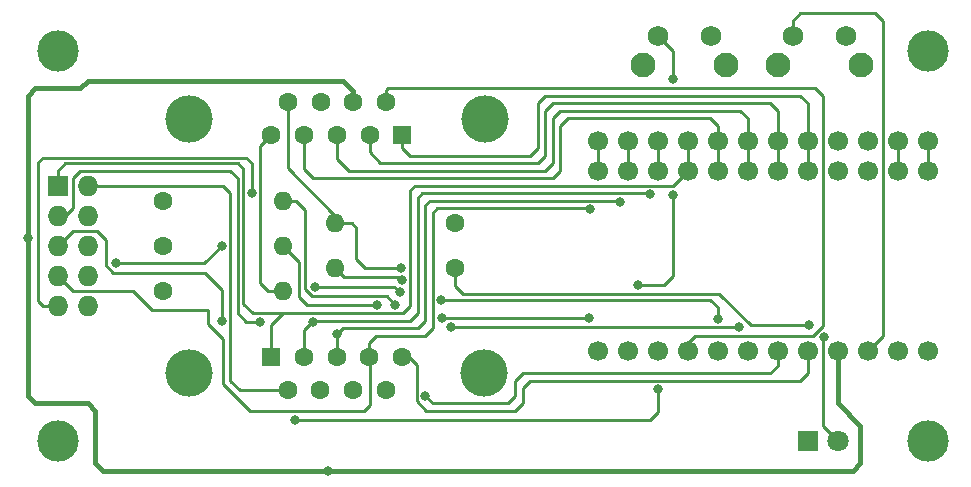
<source format=gtl>
%TF.GenerationSoftware,KiCad,Pcbnew,(5.1.8)-1*%
%TF.CreationDate,2021-01-12T21:36:03+01:00*%
%TF.ProjectId,C64 JoyAdapter,43363420-4a6f-4794-9164-61707465722e,rev?*%
%TF.SameCoordinates,Original*%
%TF.FileFunction,Copper,L1,Top*%
%TF.FilePolarity,Positive*%
%FSLAX46Y46*%
G04 Gerber Fmt 4.6, Leading zero omitted, Abs format (unit mm)*
G04 Created by KiCad (PCBNEW (5.1.8)-1) date 2021-01-12 21:36:03*
%MOMM*%
%LPD*%
G01*
G04 APERTURE LIST*
%TA.AperFunction,ComponentPad*%
%ADD10C,1.600000*%
%TD*%
%TA.AperFunction,ComponentPad*%
%ADD11O,1.600000X1.600000*%
%TD*%
%TA.AperFunction,ComponentPad*%
%ADD12C,1.700000*%
%TD*%
%TA.AperFunction,ComponentPad*%
%ADD13R,1.600000X1.600000*%
%TD*%
%TA.AperFunction,ComponentPad*%
%ADD14C,4.000000*%
%TD*%
%TA.AperFunction,ComponentPad*%
%ADD15C,3.500000*%
%TD*%
%TA.AperFunction,ComponentPad*%
%ADD16C,2.100000*%
%TD*%
%TA.AperFunction,ComponentPad*%
%ADD17C,1.750000*%
%TD*%
%TA.AperFunction,ComponentPad*%
%ADD18R,1.800000X1.800000*%
%TD*%
%TA.AperFunction,ComponentPad*%
%ADD19C,1.800000*%
%TD*%
%TA.AperFunction,ComponentPad*%
%ADD20R,1.727200X1.727200*%
%TD*%
%TA.AperFunction,ComponentPad*%
%ADD21O,1.727200X1.727200*%
%TD*%
%TA.AperFunction,ViaPad*%
%ADD22C,0.800000*%
%TD*%
%TA.AperFunction,Conductor*%
%ADD23C,0.250000*%
%TD*%
%TA.AperFunction,Conductor*%
%ADD24C,0.381000*%
%TD*%
G04 APERTURE END LIST*
D10*
%TO.P,R4,1*%
%TO.N,GND*%
X133350000Y-90170000D03*
D11*
%TO.P,R4,2*%
%TO.N,POT_AX*%
X123190000Y-90170000D03*
%TD*%
D12*
%TO.P,A1,12*%
%TO.N,P2_RIGHT*%
X145415000Y-85725000D03*
%TO.P,A1,11*%
%TO.N,P2_LEFT*%
X147955000Y-85725000D03*
%TO.P,A1,10*%
%TO.N,P2_DOWN*%
X150495000Y-85725000D03*
%TO.P,A1,9*%
%TO.N,P2_UP*%
X153035000Y-85725000D03*
%TO.P,A1,8*%
%TO.N,P1_RIGHT*%
X155575000Y-85725000D03*
%TO.P,A1,7*%
%TO.N,P1_LEFT*%
X158115000Y-85725000D03*
%TO.P,A1,6*%
%TO.N,P1_DOWN*%
X160655000Y-85725000D03*
%TO.P,A1,5*%
%TO.N,P1_UP*%
X163195000Y-85725000D03*
%TO.P,A1,4*%
%TO.N,GND*%
X165735000Y-85725000D03*
%TO.P,A1,3*%
X168275000Y-85725000D03*
%TO.P,A1,2*%
%TO.N,Net-(A1-Pad2)*%
X170815000Y-85725000D03*
%TO.P,A1,1*%
%TO.N,Net-(A1-Pad1)*%
X173355000Y-85725000D03*
%TO.P,A1,2*%
%TO.N,Net-(A1-Pad2)*%
X170815000Y-83185000D03*
%TO.P,A1,3*%
%TO.N,GND*%
X168275000Y-83185000D03*
%TO.P,A1,4*%
X165735000Y-83185000D03*
%TO.P,A1,5*%
%TO.N,P1_UP*%
X163195000Y-83185000D03*
%TO.P,A1,6*%
%TO.N,P1_DOWN*%
X160655000Y-83185000D03*
%TO.P,A1,7*%
%TO.N,P1_LEFT*%
X158115000Y-83185000D03*
%TO.P,A1,8*%
%TO.N,P1_RIGHT*%
X155575000Y-83185000D03*
%TO.P,A1,9*%
%TO.N,P2_UP*%
X153035000Y-83185000D03*
%TO.P,A1,10*%
%TO.N,P2_DOWN*%
X150495000Y-83185000D03*
%TO.P,A1,11*%
%TO.N,P2_LEFT*%
X147955000Y-83185000D03*
%TO.P,A1,12*%
%TO.N,P2_RIGHT*%
X145415000Y-83185000D03*
%TO.P,A1,13*%
%TO.N,Net-(A1-Pad13)*%
X145415000Y-100965000D03*
%TO.P,A1,14*%
%TO.N,Net-(A1-Pad14)*%
X147955000Y-100965000D03*
%TO.P,A1,15*%
%TO.N,P2_FIRE*%
X150495000Y-100965000D03*
%TO.P,A1,16*%
%TO.N,P1_FIRE*%
X153035000Y-100965000D03*
%TO.P,A1,17*%
%TO.N,POT_AX*%
X155575000Y-100965000D03*
%TO.P,A1,18*%
%TO.N,POT_AY*%
X158115000Y-100965000D03*
%TO.P,A1,19*%
%TO.N,POT_BX*%
X160655000Y-100965000D03*
%TO.P,A1,20*%
%TO.N,POT_BY*%
X163195000Y-100965000D03*
%TO.P,A1,21*%
%TO.N,VCC*%
X165735000Y-100965000D03*
%TO.P,A1,22*%
%TO.N,Net-(A1-Pad22)*%
X168275000Y-100965000D03*
%TO.P,A1,23*%
%TO.N,GND*%
X170815000Y-100965000D03*
%TO.P,A1,24*%
%TO.N,Net-(A1-Pad24)*%
X173355000Y-100965000D03*
%TO.P,A1,1*%
%TO.N,Net-(A1-Pad1)*%
X173355000Y-83185000D03*
%TD*%
D11*
%TO.P,R5,2*%
%TO.N,Net-(A1-Pad13)*%
X123190000Y-93980000D03*
D10*
%TO.P,R5,1*%
%TO.N,Net-(D1-Pad2)*%
X133350000Y-93980000D03*
%TD*%
D13*
%TO.P,J2,1*%
%TO.N,P2_UP*%
X117760000Y-101470000D03*
D10*
%TO.P,J2,2*%
%TO.N,P2_DOWN*%
X120530000Y-101470000D03*
%TO.P,J2,3*%
%TO.N,P2_LEFT*%
X123300000Y-101470000D03*
%TO.P,J2,4*%
%TO.N,P2_RIGHT*%
X126070000Y-101470000D03*
%TO.P,J2,5*%
%TO.N,POT_BY*%
X128840000Y-101470000D03*
%TO.P,J2,6*%
%TO.N,P2_FIRE*%
X119145000Y-104310000D03*
%TO.P,J2,7*%
%TO.N,VCC*%
X121915000Y-104310000D03*
%TO.P,J2,8*%
%TO.N,GND*%
X124685000Y-104310000D03*
%TO.P,J2,9*%
%TO.N,POT_BX*%
X127455000Y-104310000D03*
D14*
%TO.P,J2,0*%
%TO.N,N/C*%
X110800000Y-102890000D03*
X135800000Y-102890000D03*
%TD*%
%TO.P,J1,0*%
%TO.N,N/C*%
X110820000Y-81310000D03*
X135820000Y-81310000D03*
D10*
%TO.P,J1,9*%
%TO.N,POT_AX*%
X119165000Y-79890000D03*
%TO.P,J1,8*%
%TO.N,GND*%
X121935000Y-79890000D03*
%TO.P,J1,7*%
%TO.N,VCC*%
X124705000Y-79890000D03*
%TO.P,J1,6*%
%TO.N,P1_FIRE*%
X127475000Y-79890000D03*
%TO.P,J1,5*%
%TO.N,POT_AY*%
X117780000Y-82730000D03*
%TO.P,J1,4*%
%TO.N,P1_RIGHT*%
X120550000Y-82730000D03*
%TO.P,J1,3*%
%TO.N,P1_LEFT*%
X123320000Y-82730000D03*
%TO.P,J1,2*%
%TO.N,P1_DOWN*%
X126090000Y-82730000D03*
D13*
%TO.P,J1,1*%
%TO.N,P1_UP*%
X128860000Y-82730000D03*
%TD*%
D15*
%TO.P,M1,1*%
%TO.N,Net-(M1-Pad1)*%
X99695000Y-108585000D03*
%TD*%
%TO.P,M2,1*%
%TO.N,Net-(M2-Pad1)*%
X173355000Y-75565000D03*
%TD*%
%TO.P,M3,1*%
%TO.N,Net-(M3-Pad1)*%
X99695000Y-75565000D03*
%TD*%
%TO.P,M4,1*%
%TO.N,Net-(M4-Pad1)*%
X173355000Y-108585000D03*
%TD*%
D10*
%TO.P,R1,1*%
%TO.N,GND*%
X108585000Y-88265000D03*
D11*
%TO.P,R1,2*%
%TO.N,POT_BY*%
X118745000Y-88265000D03*
%TD*%
D10*
%TO.P,R2,1*%
%TO.N,GND*%
X108585000Y-92075000D03*
D11*
%TO.P,R2,2*%
%TO.N,POT_BX*%
X118745000Y-92075000D03*
%TD*%
%TO.P,R3,2*%
%TO.N,POT_AY*%
X118745000Y-95885000D03*
D10*
%TO.P,R3,1*%
%TO.N,GND*%
X108585000Y-95885000D03*
%TD*%
D16*
%TO.P,SW1,*%
%TO.N,*%
X160675000Y-76785000D03*
D17*
%TO.P,SW1,1*%
%TO.N,Net-(A1-Pad22)*%
X161925000Y-74295000D03*
%TO.P,SW1,2*%
%TO.N,GND*%
X166425000Y-74295000D03*
D16*
%TO.P,SW1,*%
%TO.N,*%
X167685000Y-76785000D03*
%TD*%
%TO.P,SW2,*%
%TO.N,*%
X156255000Y-76785000D03*
D17*
%TO.P,SW2,2*%
%TO.N,GND*%
X154995000Y-74295000D03*
%TO.P,SW2,1*%
%TO.N,Net-(A1-Pad14)*%
X150495000Y-74295000D03*
D16*
%TO.P,SW2,*%
%TO.N,*%
X149245000Y-76785000D03*
%TD*%
D18*
%TO.P,D1,1*%
%TO.N,GND*%
X163195000Y-108585000D03*
D19*
%TO.P,D1,2*%
%TO.N,Net-(D1-Pad2)*%
X165735000Y-108585000D03*
%TD*%
D20*
%TO.P,J3,1*%
%TO.N,P2_UP*%
X99695000Y-86995000D03*
D21*
%TO.P,J3,2*%
%TO.N,P2_DOWN*%
X99695000Y-89535000D03*
%TO.P,J3,3*%
%TO.N,P2_LEFT*%
X99695000Y-92075000D03*
%TO.P,J3,4*%
%TO.N,P2_RIGHT*%
X99695000Y-94615000D03*
%TO.P,J3,5*%
%TO.N,POT_BY*%
X99695000Y-97155000D03*
%TO.P,J3,6*%
%TO.N,P2_FIRE*%
X102235000Y-86995000D03*
%TO.P,J3,7*%
%TO.N,VCC*%
X102235000Y-89535000D03*
%TO.P,J3,8*%
%TO.N,GND*%
X102235000Y-92075000D03*
%TO.P,J3,9*%
%TO.N,POT_BX*%
X102235000Y-94615000D03*
%TO.P,J3,10*%
%TO.N,Net-(J3-Pad10)*%
X102235000Y-97155000D03*
%TD*%
D22*
%TO.N,POT_AX*%
X128778000Y-93980000D03*
X132170000Y-96647000D03*
X155575000Y-98245000D03*
%TO.N,VCC*%
X122555000Y-111125000D03*
X97155000Y-91440000D03*
%TO.N,POT_AY*%
X121472152Y-95554847D03*
X128651000Y-96012000D03*
X157353000Y-98970000D03*
X132969000Y-98933000D03*
%TO.N,P2_DOWN*%
X149860000Y-87720000D03*
X116840000Y-98515000D03*
X121285000Y-98515000D03*
%TO.N,P2_LEFT*%
X147320000Y-88355000D03*
X113575000Y-98425000D03*
X123300000Y-99575000D03*
%TO.N,P2_RIGHT*%
X144780000Y-88990000D03*
%TO.N,POT_BY*%
X128270000Y-97065000D03*
X116115000Y-87630000D03*
%TO.N,P2_FIRE*%
X119761000Y-106807000D03*
X150495000Y-104230000D03*
%TO.N,POT_BX*%
X130810000Y-104775000D03*
X113575000Y-92075000D03*
X104607655Y-93549335D03*
X126746000Y-97064999D03*
%TO.N,Net-(A1-Pad13)*%
X128815000Y-94996000D03*
X144653000Y-98171000D03*
X132207000Y-98171000D03*
%TO.N,Net-(D1-Pad2)*%
X164565154Y-99795154D03*
X163322000Y-98806000D03*
%TO.N,Net-(A1-Pad14)*%
X148844000Y-95377000D03*
X151765000Y-87757000D03*
X151765000Y-77978000D03*
%TD*%
D23*
%TO.N,POT_AX*%
X123190000Y-90170000D02*
X124587000Y-90170000D01*
X124587000Y-90170000D02*
X124968000Y-90551000D01*
X124968000Y-90551000D02*
X124968000Y-93218000D01*
X125730000Y-93980000D02*
X128778000Y-93980000D01*
X124968000Y-93218000D02*
X125730000Y-93980000D01*
X132170000Y-96647000D02*
X154940000Y-96647000D01*
X155575000Y-97282000D02*
X155575000Y-98245000D01*
X154940000Y-96647000D02*
X155575000Y-97282000D01*
X123190000Y-89535000D02*
X123190000Y-90170000D01*
X119165000Y-85510000D02*
X123190000Y-89535000D01*
X119165000Y-79890000D02*
X119165000Y-85510000D01*
D24*
%TO.N,VCC*%
X165735000Y-105410000D02*
X165735000Y-100965000D01*
X97155000Y-104775000D02*
X97155000Y-91440000D01*
X102235000Y-105410000D02*
X97790000Y-105410000D01*
X102870000Y-106045000D02*
X102235000Y-105410000D01*
X103505000Y-111125000D02*
X102870000Y-110490000D01*
X97790000Y-105410000D02*
X97155000Y-104775000D01*
X167640000Y-110490000D02*
X167005000Y-111125000D01*
X102870000Y-110490000D02*
X102870000Y-106045000D01*
X167640000Y-107315000D02*
X167640000Y-110490000D01*
X165735000Y-105410000D02*
X167640000Y-107315000D01*
X122555000Y-111125000D02*
X103505000Y-111125000D01*
X167005000Y-111125000D02*
X122555000Y-111125000D01*
X124705000Y-78985000D02*
X124705000Y-79890000D01*
X123825000Y-78105000D02*
X124705000Y-78985000D01*
X102235000Y-78105000D02*
X123825000Y-78105000D01*
X101600000Y-78740000D02*
X102235000Y-78105000D01*
X97790000Y-78740000D02*
X101600000Y-78740000D01*
X97155000Y-79375000D02*
X97790000Y-78740000D01*
X97155000Y-91440000D02*
X97155000Y-79375000D01*
D23*
%TO.N,P1_FIRE*%
X153670000Y-99695000D02*
X153035000Y-100330000D01*
X163830000Y-78740000D02*
X164465000Y-79375000D01*
X164465000Y-98870002D02*
X163640002Y-99695000D01*
X127475000Y-79890000D02*
X127475000Y-78900000D01*
X164465000Y-79375000D02*
X164465000Y-98870002D01*
X127475000Y-78900000D02*
X127635000Y-78740000D01*
X153035000Y-100330000D02*
X153035000Y-100965000D01*
X127635000Y-78740000D02*
X163830000Y-78740000D01*
X163640002Y-99695000D02*
X163195000Y-99695000D01*
X163195000Y-99695000D02*
X153670000Y-99695000D01*
%TO.N,POT_AY*%
X118745000Y-95885000D02*
X117475000Y-95885000D01*
X117475000Y-95885000D02*
X116840000Y-95250000D01*
X116840000Y-83670000D02*
X117780000Y-82730000D01*
X116840000Y-95250000D02*
X116840000Y-83670000D01*
X128193847Y-95554847D02*
X128651000Y-96012000D01*
X121472152Y-95554847D02*
X128193847Y-95554847D01*
X134710000Y-98970000D02*
X157353000Y-98970000D01*
X133006000Y-98970000D02*
X132969000Y-98933000D01*
X134710000Y-98970000D02*
X133006000Y-98970000D01*
%TO.N,P1_RIGHT*%
X155575000Y-85725000D02*
X155575000Y-83185000D01*
X155575000Y-81915000D02*
X155575000Y-83185000D01*
X142240000Y-81915000D02*
X142875000Y-81280000D01*
X142240000Y-85725000D02*
X142240000Y-81915000D01*
X141605000Y-86360000D02*
X142240000Y-85725000D01*
X154940000Y-81280000D02*
X155575000Y-81915000D01*
X121285000Y-86360000D02*
X141605000Y-86360000D01*
X142875000Y-81280000D02*
X154940000Y-81280000D01*
X120550000Y-85625000D02*
X121285000Y-86360000D01*
X120550000Y-82730000D02*
X120550000Y-85625000D01*
%TO.N,P1_LEFT*%
X158115000Y-83185000D02*
X158115000Y-85725000D01*
X158115000Y-81280000D02*
X158115000Y-83185000D01*
X157480000Y-80645000D02*
X158115000Y-81280000D01*
X142240000Y-80645000D02*
X157480000Y-80645000D01*
X141605000Y-85090000D02*
X141605000Y-81280000D01*
X141605000Y-81280000D02*
X142240000Y-80645000D01*
X140970000Y-85725000D02*
X141605000Y-85090000D01*
X124330000Y-85725000D02*
X140970000Y-85725000D01*
X123320000Y-84715000D02*
X124330000Y-85725000D01*
X123320000Y-82730000D02*
X123320000Y-84715000D01*
%TO.N,P1_DOWN*%
X160655000Y-85725000D02*
X160655000Y-83185000D01*
X141605000Y-80010000D02*
X160020000Y-80010000D01*
X140970000Y-80645000D02*
X141605000Y-80010000D01*
X140970000Y-84455000D02*
X140970000Y-80645000D01*
X140335000Y-85090000D02*
X140970000Y-84455000D01*
X160020000Y-80010000D02*
X160655000Y-80645000D01*
X127000000Y-85090000D02*
X140335000Y-85090000D01*
X160655000Y-80645000D02*
X160655000Y-83185000D01*
X126090000Y-84180000D02*
X127000000Y-85090000D01*
X126090000Y-82730000D02*
X126090000Y-84180000D01*
%TO.N,P1_UP*%
X163195000Y-83185000D02*
X163195000Y-85725000D01*
X163195000Y-80010000D02*
X163195000Y-83185000D01*
X162560000Y-79375000D02*
X163195000Y-80010000D01*
X140970000Y-79375000D02*
X162560000Y-79375000D01*
X140335000Y-83820000D02*
X140335000Y-80010000D01*
X139700000Y-84455000D02*
X140335000Y-83820000D01*
X129540000Y-84455000D02*
X139700000Y-84455000D01*
X128860000Y-83775000D02*
X129540000Y-84455000D01*
X140335000Y-80010000D02*
X140970000Y-79375000D01*
X128860000Y-82730000D02*
X128860000Y-83775000D01*
%TO.N,P2_UP*%
X153035000Y-83185000D02*
X153035000Y-85725000D01*
X152185001Y-86574999D02*
X153035000Y-85725000D01*
X151765000Y-86995000D02*
X152185001Y-86574999D01*
X129921000Y-86995000D02*
X151765000Y-86995000D01*
X129540000Y-87376000D02*
X129921000Y-86995000D01*
X129540000Y-97155000D02*
X129540000Y-87376000D01*
X128905000Y-97790000D02*
X129540000Y-97155000D01*
X118745000Y-97790000D02*
X128905000Y-97790000D01*
X117760000Y-98775000D02*
X118745000Y-97790000D01*
X117760000Y-101470000D02*
X117760000Y-98775000D01*
X115389999Y-96974999D02*
X116205000Y-97790000D01*
X115389999Y-85544999D02*
X115389999Y-96974999D01*
X114935000Y-85090000D02*
X115389999Y-85544999D01*
X100330000Y-85090000D02*
X114935000Y-85090000D01*
X99695000Y-85725000D02*
X100330000Y-85090000D01*
X116205000Y-97790000D02*
X118745000Y-97790000D01*
X99695000Y-86995000D02*
X99695000Y-85725000D01*
%TO.N,P2_DOWN*%
X150495000Y-83185000D02*
X150495000Y-85725000D01*
X130556000Y-87630000D02*
X149770000Y-87630000D01*
X149770000Y-87630000D02*
X149860000Y-87720000D01*
X130175000Y-97790000D02*
X130175000Y-88011000D01*
X129540000Y-98425000D02*
X130175000Y-97790000D01*
X121285000Y-98425000D02*
X129540000Y-98425000D01*
X130175000Y-88011000D02*
X130556000Y-87630000D01*
X120530000Y-99180000D02*
X121285000Y-98425000D01*
X120530000Y-101470000D02*
X120530000Y-99180000D01*
X99695000Y-89535000D02*
X100330000Y-89535000D01*
X100330000Y-89535000D02*
X100965000Y-88900000D01*
X100965000Y-88900000D02*
X100965000Y-86360000D01*
X100965000Y-86360000D02*
X101600000Y-85725000D01*
X101600000Y-85725000D02*
X114300000Y-85725000D01*
X114300000Y-85725000D02*
X114935000Y-86360000D01*
X114935000Y-86360000D02*
X114935000Y-97790000D01*
X115660000Y-98515000D02*
X116840000Y-98515000D01*
X114935000Y-97790000D02*
X115660000Y-98515000D01*
%TO.N,P2_LEFT*%
X147955000Y-83185000D02*
X147955000Y-85725000D01*
X147230000Y-88265000D02*
X147320000Y-88355000D01*
X130810000Y-88646000D02*
X131191000Y-88265000D01*
X131191000Y-88265000D02*
X147230000Y-88265000D01*
X130810000Y-98425000D02*
X130810000Y-88646000D01*
X130175000Y-99060000D02*
X130810000Y-98425000D01*
X123815000Y-99060000D02*
X130175000Y-99060000D01*
X123300000Y-99575000D02*
X123815000Y-99060000D01*
X123300000Y-101470000D02*
X123300000Y-99575000D01*
X100965000Y-90805000D02*
X99695000Y-92075000D01*
X102997000Y-90805000D02*
X100965000Y-90805000D01*
X103759000Y-91567000D02*
X102997000Y-90805000D01*
X103759000Y-93726000D02*
X103759000Y-91567000D01*
X112141000Y-94361000D02*
X104394000Y-94361000D01*
X104394000Y-94361000D02*
X103759000Y-93726000D01*
X113575000Y-95795000D02*
X112141000Y-94361000D01*
X113575000Y-98425000D02*
X113575000Y-95795000D01*
%TO.N,P2_RIGHT*%
X145415000Y-85725000D02*
X145415000Y-83185000D01*
X126070000Y-101470000D02*
X126070000Y-100625000D01*
X131826000Y-88900000D02*
X142240000Y-88900000D01*
X131445000Y-89281000D02*
X131826000Y-88900000D01*
X131445000Y-99060000D02*
X131445000Y-89281000D01*
X130810000Y-99695000D02*
X131445000Y-99060000D01*
X126660000Y-99695000D02*
X130810000Y-99695000D01*
X126070000Y-100285000D02*
X126660000Y-99695000D01*
X126070000Y-101470000D02*
X126070000Y-100285000D01*
X144690000Y-88900000D02*
X144780000Y-88990000D01*
X142240000Y-88900000D02*
X144690000Y-88900000D01*
X126111000Y-105537000D02*
X126111000Y-101511000D01*
X125603000Y-106045000D02*
X126111000Y-105537000D01*
X115951000Y-106045000D02*
X125603000Y-106045000D01*
X113665000Y-99949000D02*
X113665000Y-103759000D01*
X113665000Y-103759000D02*
X115951000Y-106045000D01*
X112395000Y-97536000D02*
X112395000Y-98679000D01*
X126111000Y-101511000D02*
X126070000Y-101470000D01*
X112395000Y-98679000D02*
X113665000Y-99949000D01*
X107696000Y-97536000D02*
X112395000Y-97536000D01*
X106045000Y-95885000D02*
X107696000Y-97536000D01*
X100965000Y-95885000D02*
X106045000Y-95885000D01*
X99695000Y-94615000D02*
X100965000Y-95885000D01*
%TO.N,POT_BY*%
X139700000Y-103505000D02*
X162560000Y-103505000D01*
X162560000Y-103505000D02*
X163195000Y-102870000D01*
X139065000Y-104140000D02*
X139700000Y-103505000D01*
X163195000Y-102870000D02*
X163195000Y-100965000D01*
X139065000Y-105410000D02*
X139065000Y-104140000D01*
X138430000Y-106045000D02*
X139065000Y-105410000D01*
X130084999Y-105229998D02*
X130900001Y-106045000D01*
X130084999Y-102144999D02*
X130084999Y-105229998D01*
X129410000Y-101470000D02*
X130084999Y-102144999D01*
X130900001Y-106045000D02*
X138430000Y-106045000D01*
X128840000Y-101470000D02*
X129410000Y-101470000D01*
X116115000Y-85090000D02*
X116115000Y-87630000D01*
X115660002Y-84635002D02*
X116115000Y-85090000D01*
X98044000Y-85016002D02*
X98425000Y-84635002D01*
X98044000Y-96774000D02*
X98044000Y-85016002D01*
X98425000Y-84635002D02*
X115660002Y-84635002D01*
X98425000Y-97155000D02*
X98044000Y-96774000D01*
X99695000Y-97155000D02*
X98425000Y-97155000D01*
X120650000Y-95758000D02*
X120650000Y-89027000D01*
X119888000Y-88265000D02*
X118745000Y-88265000D01*
X121231999Y-96339999D02*
X120650000Y-95758000D01*
X127544999Y-96339999D02*
X121231999Y-96339999D01*
X120650000Y-89027000D02*
X119888000Y-88265000D01*
X128270000Y-97065000D02*
X127544999Y-96339999D01*
%TO.N,P2_FIRE*%
X117010000Y-104310000D02*
X119145000Y-104310000D01*
X115105000Y-104310000D02*
X117010000Y-104310000D01*
X114300000Y-103505000D02*
X115105000Y-104310000D01*
X114300000Y-87630000D02*
X114300000Y-103505000D01*
X113665000Y-86995000D02*
X114300000Y-87630000D01*
X102235000Y-86995000D02*
X113665000Y-86995000D01*
X119761000Y-106807000D02*
X149860000Y-106807000D01*
X150495000Y-106172000D02*
X150495000Y-104230000D01*
X149860000Y-106807000D02*
X150495000Y-106172000D01*
%TO.N,POT_BX*%
X160655000Y-102235000D02*
X160655000Y-100965000D01*
X139065000Y-102870000D02*
X160020000Y-102870000D01*
X138430000Y-103505000D02*
X139065000Y-102870000D01*
X138430000Y-104775000D02*
X138430000Y-103505000D01*
X137795000Y-105410000D02*
X138430000Y-104775000D01*
X131445000Y-105410000D02*
X137795000Y-105410000D01*
X160020000Y-102870000D02*
X160655000Y-102235000D01*
X130810000Y-104775000D02*
X131445000Y-105410000D01*
X113575000Y-92075000D02*
X112100665Y-93549335D01*
X112100665Y-93549335D02*
X104607655Y-93549335D01*
X120813999Y-97064999D02*
X126746000Y-97064999D01*
X120142000Y-96393000D02*
X120813999Y-97064999D01*
X120142000Y-93472000D02*
X120142000Y-96393000D01*
X118745000Y-92075000D02*
X120142000Y-93472000D01*
%TO.N,Net-(A1-Pad13)*%
X123952000Y-94742000D02*
X123190000Y-93980000D01*
X128561000Y-94742000D02*
X123952000Y-94742000D01*
X128815000Y-94996000D02*
X128561000Y-94742000D01*
X144652992Y-98171008D02*
X144653000Y-98171000D01*
X134492992Y-98171008D02*
X144652992Y-98171008D01*
X132207008Y-98171008D02*
X132207000Y-98171000D01*
X134492992Y-98171008D02*
X132207008Y-98171008D01*
%TO.N,Net-(D1-Pad2)*%
X164465000Y-107315000D02*
X164465000Y-99695000D01*
X165735000Y-108585000D02*
X164465000Y-107315000D01*
X164465000Y-99695000D02*
X164565154Y-99795154D01*
X158369000Y-98806000D02*
X163322000Y-98806000D01*
X133985000Y-96139000D02*
X155702000Y-96139000D01*
X133350000Y-95504000D02*
X133985000Y-96139000D01*
X155702000Y-96139000D02*
X158369000Y-98806000D01*
X133350000Y-93980000D02*
X133350000Y-95504000D01*
%TO.N,Net-(A1-Pad2)*%
X170815000Y-85725000D02*
X170815000Y-83185000D01*
%TO.N,Net-(A1-Pad1)*%
X173355000Y-83185000D02*
X173355000Y-85725000D01*
%TO.N,Net-(A1-Pad14)*%
X151765000Y-75565000D02*
X150495000Y-74295000D01*
X151765000Y-77978000D02*
X151765000Y-75565000D01*
X151765000Y-94615000D02*
X151765000Y-87757000D01*
X151003000Y-95377000D02*
X151765000Y-94615000D01*
X148844000Y-95377000D02*
X151003000Y-95377000D01*
%TO.N,Net-(A1-Pad22)*%
X169545000Y-99695000D02*
X168275000Y-100965000D01*
X169545000Y-73025000D02*
X169545000Y-99695000D01*
X168910000Y-72390000D02*
X169545000Y-73025000D01*
X162560000Y-72390000D02*
X168910000Y-72390000D01*
X161925000Y-73025000D02*
X162560000Y-72390000D01*
X161925000Y-74295000D02*
X161925000Y-73025000D01*
%TD*%
M02*

</source>
